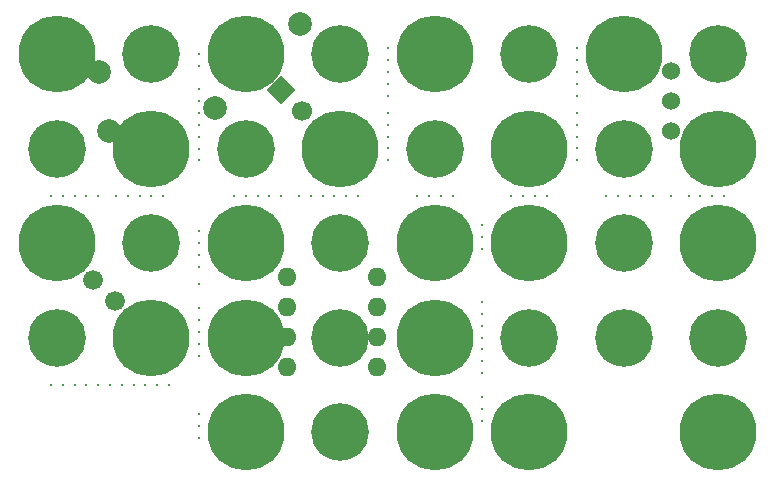
<source format=gbs>
G04 #@! TF.FileFunction,Soldermask,Bot*
%FSLAX46Y46*%
G04 Gerber Fmt 4.6, Leading zero omitted, Abs format (unit mm)*
G04 Created by KiCad (PCBNEW (2015-08-15 BZR 6092)-product) date 2/28/2016 10:29:08 PM*
%MOMM*%
G01*
G04 APERTURE LIST*
%ADD10C,0.100000*%
%ADD11C,6.500000*%
%ADD12C,0.330200*%
%ADD13C,1.676400*%
%ADD14C,1.700000*%
%ADD15O,1.600000X1.600000*%
%ADD16C,1.998980*%
%ADD17C,4.876800*%
%ADD18C,1.524000*%
%ADD19C,2.000000*%
G04 APERTURE END LIST*
D10*
D11*
X169000000Y-56000000D03*
X169000000Y-40000000D03*
D12*
X141000000Y-26484000D03*
X141000000Y-27500000D03*
X141000000Y-31984000D03*
X141000000Y-33000000D03*
X157000000Y-31984000D03*
X157000000Y-33000000D03*
D11*
X145000000Y-56000000D03*
D13*
X116101974Y-43101974D03*
X117898026Y-44898026D03*
D12*
X125000000Y-56516000D03*
X125000000Y-54484000D03*
X125000000Y-55500000D03*
X120016000Y-36000000D03*
X117984000Y-36000000D03*
X119000000Y-36000000D03*
X114516000Y-36000000D03*
X112484000Y-36000000D03*
X113500000Y-36000000D03*
X145516000Y-36000000D03*
X143484000Y-36000000D03*
X144500000Y-36000000D03*
X114516000Y-52000000D03*
X112484000Y-52000000D03*
X113500000Y-52000000D03*
X122516000Y-52000000D03*
X120484000Y-52000000D03*
X121500000Y-52000000D03*
X119516000Y-52000000D03*
X117484000Y-52000000D03*
X118500000Y-52000000D03*
X125000000Y-49516000D03*
X125000000Y-47484000D03*
X125000000Y-48500000D03*
X149000000Y-48016000D03*
X149000000Y-45984000D03*
X149000000Y-47000000D03*
X149000000Y-51016000D03*
X149000000Y-48984000D03*
X149000000Y-50000000D03*
X149000000Y-55016000D03*
X149000000Y-52984000D03*
X149000000Y-54000000D03*
X149000000Y-40516000D03*
X149000000Y-38484000D03*
X149000000Y-39500000D03*
X136484000Y-36000000D03*
X138516000Y-36000000D03*
X137500000Y-36000000D03*
X127984000Y-36000000D03*
X130016000Y-36000000D03*
X129000000Y-36000000D03*
X125000000Y-29016000D03*
X125000000Y-26984000D03*
X125000000Y-28000000D03*
X125000000Y-32016000D03*
X125000000Y-29984000D03*
X125000000Y-31000000D03*
X141000000Y-25516000D03*
X141000000Y-23484000D03*
X141000000Y-24500000D03*
X141000000Y-31016000D03*
X141000000Y-28984000D03*
X141000000Y-30000000D03*
X157000000Y-25516000D03*
X157000000Y-23484000D03*
X157000000Y-24500000D03*
X157000000Y-31016000D03*
X157000000Y-28984000D03*
X157000000Y-30000000D03*
X151484000Y-36000000D03*
X153516000Y-36000000D03*
X152500000Y-36000000D03*
X132016000Y-36000000D03*
X131000000Y-36000000D03*
X167484000Y-36000000D03*
X169516000Y-36000000D03*
X168500000Y-36000000D03*
D10*
G36*
X132000000Y-28202082D02*
X130797918Y-27000000D01*
X132000000Y-25797918D01*
X133202082Y-27000000D01*
X132000000Y-28202082D01*
X132000000Y-28202082D01*
G37*
D14*
X133796051Y-28796051D03*
D15*
X132500000Y-42900000D03*
X132500000Y-45440000D03*
X132500000Y-47980000D03*
X132500000Y-50520000D03*
X140120000Y-50520000D03*
X140120000Y-47980000D03*
X140120000Y-45440000D03*
X140120000Y-42900000D03*
D16*
X126407898Y-28592102D03*
X133592102Y-21407898D03*
D11*
X129000000Y-48000000D03*
X145000000Y-48000000D03*
D17*
X169000000Y-24000000D03*
X161000000Y-32000000D03*
X153000000Y-24000000D03*
X145000000Y-32000000D03*
X137000000Y-24000000D03*
X129000000Y-32000000D03*
X113000000Y-48000000D03*
X121000000Y-40000000D03*
X113000000Y-32000000D03*
X121000000Y-24000000D03*
X137000000Y-40000000D03*
D11*
X129000000Y-40000000D03*
X129000000Y-56000000D03*
X145000000Y-40000000D03*
D17*
X137000000Y-48000000D03*
X137000000Y-56000000D03*
X161000000Y-48000000D03*
D11*
X161000000Y-24000000D03*
X169000000Y-32000000D03*
D17*
X169000000Y-48000000D03*
X153000000Y-48000000D03*
D18*
X165000000Y-28000000D03*
X165000000Y-30540000D03*
X165000000Y-25460000D03*
D11*
X129000000Y-24000000D03*
X137000000Y-32000000D03*
X145000000Y-24000000D03*
X153000000Y-32000000D03*
X153000000Y-40000000D03*
X153000000Y-56000000D03*
D17*
X161000000Y-40000000D03*
D11*
X113000000Y-40000000D03*
X121000000Y-48000000D03*
X113000000Y-24000000D03*
X121000000Y-32000000D03*
D19*
X117434120Y-30462019D03*
X116565880Y-25537981D03*
D12*
X159484000Y-36000000D03*
X161516000Y-36000000D03*
X160500000Y-36000000D03*
X125000000Y-23984000D03*
X125000000Y-25000000D03*
X125000000Y-33000000D03*
X149000000Y-45000000D03*
X125000000Y-40984000D03*
X125000000Y-42000000D03*
X125000000Y-43500000D03*
X157000000Y-26484000D03*
X157000000Y-27500000D03*
X163516000Y-36000000D03*
X162500000Y-36000000D03*
X135516000Y-36000000D03*
X134500000Y-36000000D03*
X133500000Y-36000000D03*
X146500000Y-36000000D03*
X154500000Y-36000000D03*
X116516000Y-52000000D03*
X115500000Y-52000000D03*
X125000000Y-45484000D03*
X125000000Y-46500000D03*
X122016000Y-36000000D03*
X121000000Y-36000000D03*
X116516000Y-36000000D03*
X115500000Y-36000000D03*
X125000000Y-38984000D03*
X125000000Y-40000000D03*
X165000000Y-36000000D03*
X166500000Y-36000000D03*
M02*

</source>
